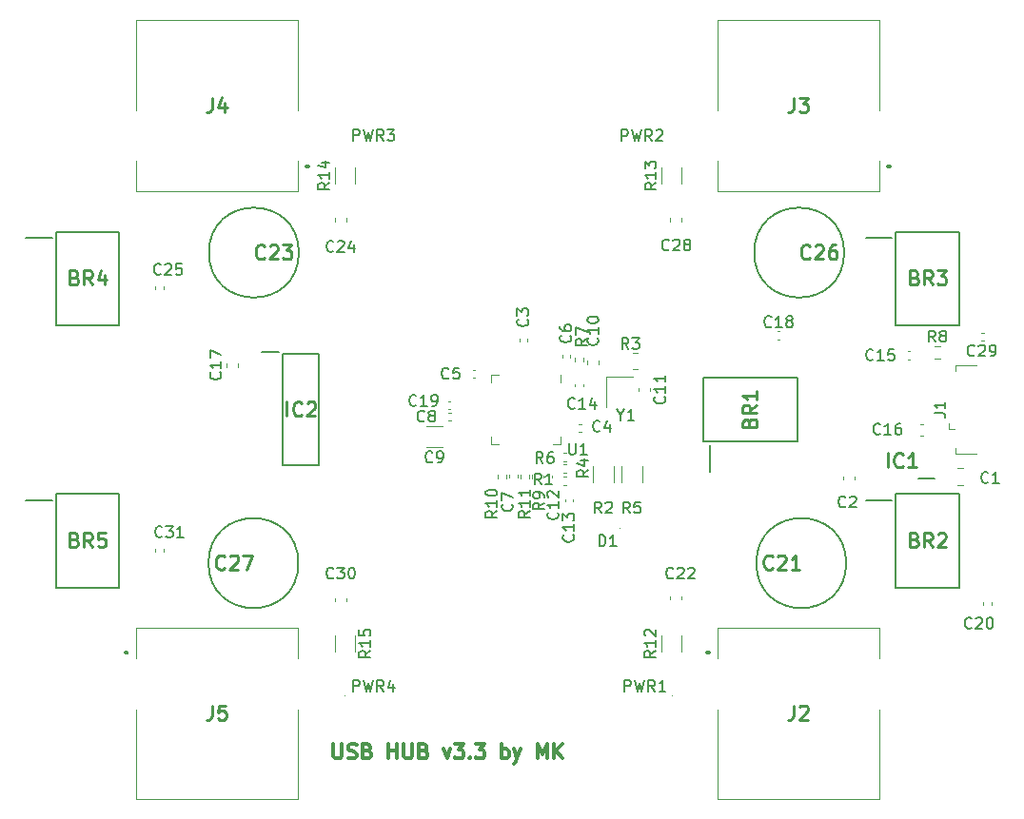
<source format=gbr>
G04 #@! TF.GenerationSoftware,KiCad,Pcbnew,(5.1.10)-1*
G04 #@! TF.CreationDate,2021-06-23T14:01:49+02:00*
G04 #@! TF.ProjectId,sh_control,73685f63-6f6e-4747-926f-6c2e6b696361,3.2*
G04 #@! TF.SameCoordinates,Original*
G04 #@! TF.FileFunction,Legend,Top*
G04 #@! TF.FilePolarity,Positive*
%FSLAX46Y46*%
G04 Gerber Fmt 4.6, Leading zero omitted, Abs format (unit mm)*
G04 Created by KiCad (PCBNEW (5.1.10)-1) date 2021-06-23 14:01:49*
%MOMM*%
%LPD*%
G01*
G04 APERTURE LIST*
%ADD10C,0.300000*%
%ADD11C,0.120000*%
%ADD12C,0.100000*%
%ADD13C,0.200000*%
%ADD14C,0.150000*%
%ADD15C,0.254000*%
G04 APERTURE END LIST*
D10*
X54352523Y-130098095D02*
X54352523Y-131150476D01*
X54414428Y-131274285D01*
X54476333Y-131336190D01*
X54600142Y-131398095D01*
X54847761Y-131398095D01*
X54971571Y-131336190D01*
X55033476Y-131274285D01*
X55095380Y-131150476D01*
X55095380Y-130098095D01*
X55652523Y-131336190D02*
X55838238Y-131398095D01*
X56147761Y-131398095D01*
X56271571Y-131336190D01*
X56333476Y-131274285D01*
X56395380Y-131150476D01*
X56395380Y-131026666D01*
X56333476Y-130902857D01*
X56271571Y-130840952D01*
X56147761Y-130779047D01*
X55900142Y-130717142D01*
X55776333Y-130655238D01*
X55714428Y-130593333D01*
X55652523Y-130469523D01*
X55652523Y-130345714D01*
X55714428Y-130221904D01*
X55776333Y-130160000D01*
X55900142Y-130098095D01*
X56209666Y-130098095D01*
X56395380Y-130160000D01*
X57385857Y-130717142D02*
X57571571Y-130779047D01*
X57633476Y-130840952D01*
X57695380Y-130964761D01*
X57695380Y-131150476D01*
X57633476Y-131274285D01*
X57571571Y-131336190D01*
X57447761Y-131398095D01*
X56952523Y-131398095D01*
X56952523Y-130098095D01*
X57385857Y-130098095D01*
X57509666Y-130160000D01*
X57571571Y-130221904D01*
X57633476Y-130345714D01*
X57633476Y-130469523D01*
X57571571Y-130593333D01*
X57509666Y-130655238D01*
X57385857Y-130717142D01*
X56952523Y-130717142D01*
X59243000Y-131398095D02*
X59243000Y-130098095D01*
X59243000Y-130717142D02*
X59985857Y-130717142D01*
X59985857Y-131398095D02*
X59985857Y-130098095D01*
X60604904Y-130098095D02*
X60604904Y-131150476D01*
X60666809Y-131274285D01*
X60728714Y-131336190D01*
X60852523Y-131398095D01*
X61100142Y-131398095D01*
X61223952Y-131336190D01*
X61285857Y-131274285D01*
X61347761Y-131150476D01*
X61347761Y-130098095D01*
X62400142Y-130717142D02*
X62585857Y-130779047D01*
X62647761Y-130840952D01*
X62709666Y-130964761D01*
X62709666Y-131150476D01*
X62647761Y-131274285D01*
X62585857Y-131336190D01*
X62462047Y-131398095D01*
X61966809Y-131398095D01*
X61966809Y-130098095D01*
X62400142Y-130098095D01*
X62523952Y-130160000D01*
X62585857Y-130221904D01*
X62647761Y-130345714D01*
X62647761Y-130469523D01*
X62585857Y-130593333D01*
X62523952Y-130655238D01*
X62400142Y-130717142D01*
X61966809Y-130717142D01*
X64133476Y-130531428D02*
X64443000Y-131398095D01*
X64752523Y-130531428D01*
X65123952Y-130098095D02*
X65928714Y-130098095D01*
X65495380Y-130593333D01*
X65681095Y-130593333D01*
X65804904Y-130655238D01*
X65866809Y-130717142D01*
X65928714Y-130840952D01*
X65928714Y-131150476D01*
X65866809Y-131274285D01*
X65804904Y-131336190D01*
X65681095Y-131398095D01*
X65309666Y-131398095D01*
X65185857Y-131336190D01*
X65123952Y-131274285D01*
X66485857Y-131274285D02*
X66547761Y-131336190D01*
X66485857Y-131398095D01*
X66423952Y-131336190D01*
X66485857Y-131274285D01*
X66485857Y-131398095D01*
X66981095Y-130098095D02*
X67785857Y-130098095D01*
X67352523Y-130593333D01*
X67538238Y-130593333D01*
X67662047Y-130655238D01*
X67723952Y-130717142D01*
X67785857Y-130840952D01*
X67785857Y-131150476D01*
X67723952Y-131274285D01*
X67662047Y-131336190D01*
X67538238Y-131398095D01*
X67166809Y-131398095D01*
X67043000Y-131336190D01*
X66981095Y-131274285D01*
X69333476Y-131398095D02*
X69333476Y-130098095D01*
X69333476Y-130593333D02*
X69457285Y-130531428D01*
X69704904Y-130531428D01*
X69828714Y-130593333D01*
X69890619Y-130655238D01*
X69952523Y-130779047D01*
X69952523Y-131150476D01*
X69890619Y-131274285D01*
X69828714Y-131336190D01*
X69704904Y-131398095D01*
X69457285Y-131398095D01*
X69333476Y-131336190D01*
X70385857Y-130531428D02*
X70695380Y-131398095D01*
X71004904Y-130531428D02*
X70695380Y-131398095D01*
X70571571Y-131707619D01*
X70509666Y-131769523D01*
X70385857Y-131831428D01*
X72490619Y-131398095D02*
X72490619Y-130098095D01*
X72923952Y-131026666D01*
X73357285Y-130098095D01*
X73357285Y-131398095D01*
X73976333Y-131398095D02*
X73976333Y-130098095D01*
X74719190Y-131398095D02*
X74162047Y-130655238D01*
X74719190Y-130098095D02*
X73976333Y-130840952D01*
D11*
X56282000Y-120430936D02*
X56282000Y-121885064D01*
X54462000Y-120430936D02*
X54462000Y-121885064D01*
X54462000Y-80229064D02*
X54462000Y-78774936D01*
X56282000Y-80229064D02*
X56282000Y-78774936D01*
X83512000Y-80229064D02*
X83512000Y-78774936D01*
X85332000Y-80229064D02*
X85332000Y-78774936D01*
X85332000Y-120430936D02*
X85332000Y-121885064D01*
X83512000Y-120430936D02*
X83512000Y-121885064D01*
D12*
X55422000Y-125804000D02*
G75*
G03*
X55422000Y-125804000I-50000J0D01*
G01*
X55422000Y-74879000D02*
G75*
G03*
X55422000Y-74879000I-50000J0D01*
G01*
X84378000Y-74879000D02*
G75*
G03*
X84378000Y-74879000I-50000J0D01*
G01*
X84472000Y-125804000D02*
G75*
G03*
X84472000Y-125804000I-50000J0D01*
G01*
X36780000Y-122500000D02*
X36780000Y-119730000D01*
X36780000Y-119730000D02*
X51180000Y-119730000D01*
X51180000Y-119730000D02*
X51180000Y-122500000D01*
X36780000Y-127000000D02*
X36780000Y-134990000D01*
X36780000Y-134990000D02*
X51180000Y-134990000D01*
X51180000Y-134990000D02*
X51180000Y-127000000D01*
D10*
X35980000Y-122000000D02*
X35980000Y-122000000D01*
X35880000Y-122000000D02*
X35880000Y-122000000D01*
X35980000Y-122000000D02*
G75*
G02*
X35880000Y-122000000I-50000J0D01*
G01*
X35880000Y-122000000D02*
G75*
G02*
X35980000Y-122000000I50000J0D01*
G01*
D12*
X51180000Y-78160000D02*
X51180000Y-80930000D01*
X51180000Y-80930000D02*
X36780000Y-80930000D01*
X36780000Y-80930000D02*
X36780000Y-78160000D01*
X51180000Y-73660000D02*
X51180000Y-65670000D01*
X51180000Y-65670000D02*
X36780000Y-65670000D01*
X36780000Y-65670000D02*
X36780000Y-73660000D01*
D10*
X51980000Y-78660000D02*
X51980000Y-78660000D01*
X52080000Y-78660000D02*
X52080000Y-78660000D01*
X51980000Y-78660000D02*
G75*
G02*
X52080000Y-78660000I50000J0D01*
G01*
X52080000Y-78660000D02*
G75*
G02*
X51980000Y-78660000I-50000J0D01*
G01*
D12*
X102920000Y-78160000D02*
X102920000Y-80930000D01*
X102920000Y-80930000D02*
X88520000Y-80930000D01*
X88520000Y-80930000D02*
X88520000Y-78160000D01*
X102920000Y-73660000D02*
X102920000Y-65670000D01*
X102920000Y-65670000D02*
X88520000Y-65670000D01*
X88520000Y-65670000D02*
X88520000Y-73660000D01*
D10*
X103720000Y-78660000D02*
X103720000Y-78660000D01*
X103820000Y-78660000D02*
X103820000Y-78660000D01*
X103720000Y-78660000D02*
G75*
G02*
X103820000Y-78660000I50000J0D01*
G01*
X103820000Y-78660000D02*
G75*
G02*
X103720000Y-78660000I-50000J0D01*
G01*
D12*
X88520000Y-122500000D02*
X88520000Y-119730000D01*
X88520000Y-119730000D02*
X102920000Y-119730000D01*
X102920000Y-119730000D02*
X102920000Y-122500000D01*
X88520000Y-127000000D02*
X88520000Y-134990000D01*
X88520000Y-134990000D02*
X102920000Y-134990000D01*
X102920000Y-134990000D02*
X102920000Y-127000000D01*
D10*
X87720000Y-122000000D02*
X87720000Y-122000000D01*
X87620000Y-122000000D02*
X87620000Y-122000000D01*
X87720000Y-122000000D02*
G75*
G02*
X87620000Y-122000000I-50000J0D01*
G01*
X87620000Y-122000000D02*
G75*
G02*
X87720000Y-122000000I50000J0D01*
G01*
D11*
X39222000Y-112767164D02*
X39222000Y-112982836D01*
X38502000Y-112767164D02*
X38502000Y-112982836D01*
X54481000Y-117374580D02*
X54481000Y-117093420D01*
X55501000Y-117374580D02*
X55501000Y-117093420D01*
X112005164Y-93493000D02*
X112220836Y-93493000D01*
X112005164Y-94213000D02*
X112220836Y-94213000D01*
X85346000Y-83298420D02*
X85346000Y-83579580D01*
X84326000Y-83298420D02*
X84326000Y-83579580D01*
D13*
X51230000Y-114000000D02*
G75*
G03*
X51230000Y-114000000I-4000000J0D01*
G01*
X99786000Y-86360000D02*
G75*
G03*
X99786000Y-86360000I-4000000J0D01*
G01*
D11*
X39222000Y-89399164D02*
X39222000Y-89614836D01*
X38502000Y-89399164D02*
X38502000Y-89614836D01*
X55501000Y-83298420D02*
X55501000Y-83579580D01*
X54481000Y-83298420D02*
X54481000Y-83579580D01*
D13*
X51272000Y-86360000D02*
G75*
G03*
X51272000Y-86360000I-4000000J0D01*
G01*
X99970000Y-114000000D02*
G75*
G03*
X99970000Y-114000000I-4000000J0D01*
G01*
D11*
X84326000Y-117234580D02*
X84326000Y-116953420D01*
X85346000Y-117234580D02*
X85346000Y-116953420D01*
X112162000Y-117709836D02*
X112162000Y-117494164D01*
X112882000Y-117709836D02*
X112882000Y-117494164D01*
D13*
X47975000Y-95210000D02*
X49500000Y-95210000D01*
X49850000Y-105280000D02*
X49850000Y-95380000D01*
X53050000Y-105280000D02*
X49850000Y-105280000D01*
X53050000Y-95380000D02*
X53050000Y-105280000D01*
X49850000Y-95380000D02*
X53050000Y-95380000D01*
X29655000Y-107840000D02*
X35305000Y-107840000D01*
X35305000Y-107840000D02*
X35305000Y-116160000D01*
X35305000Y-116160000D02*
X29655000Y-116160000D01*
X29655000Y-116160000D02*
X29655000Y-107840000D01*
X26955000Y-108425000D02*
X29305000Y-108425000D01*
X29655000Y-84500000D02*
X35305000Y-84500000D01*
X35305000Y-84500000D02*
X35305000Y-92820000D01*
X35305000Y-92820000D02*
X29655000Y-92820000D01*
X29655000Y-92820000D02*
X29655000Y-84500000D01*
X26955000Y-85085000D02*
X29305000Y-85085000D01*
X104395000Y-84500000D02*
X110045000Y-84500000D01*
X110045000Y-84500000D02*
X110045000Y-92820000D01*
X110045000Y-92820000D02*
X104395000Y-92820000D01*
X104395000Y-92820000D02*
X104395000Y-84500000D01*
X101695000Y-85085000D02*
X104045000Y-85085000D01*
X104395000Y-107840000D02*
X110045000Y-107840000D01*
X110045000Y-107840000D02*
X110045000Y-116160000D01*
X110045000Y-116160000D02*
X104395000Y-116160000D01*
X104395000Y-116160000D02*
X104395000Y-107840000D01*
X101695000Y-108425000D02*
X104045000Y-108425000D01*
D11*
X107839742Y-94727500D02*
X108314258Y-94727500D01*
X107839742Y-95772500D02*
X108314258Y-95772500D01*
D13*
X87290000Y-103155000D02*
X87290000Y-97505000D01*
X87290000Y-97505000D02*
X95610000Y-97505000D01*
X95610000Y-97505000D02*
X95610000Y-103155000D01*
X95610000Y-103155000D02*
X87290000Y-103155000D01*
X87875000Y-105855000D02*
X87875000Y-103505000D01*
D11*
X71754000Y-106147359D02*
X71754000Y-106454641D01*
X70994000Y-106147359D02*
X70994000Y-106454641D01*
X69722000Y-106147359D02*
X69722000Y-106454641D01*
X68962000Y-106147359D02*
X68962000Y-106454641D01*
X72770000Y-106143359D02*
X72770000Y-106450641D01*
X72010000Y-106143359D02*
X72010000Y-106450641D01*
X64750836Y-100309000D02*
X64535164Y-100309000D01*
X64750836Y-99589000D02*
X64535164Y-99589000D01*
X93844164Y-93366000D02*
X94059836Y-93366000D01*
X93844164Y-94086000D02*
X94059836Y-94086000D01*
X44829000Y-96520580D02*
X44829000Y-96239420D01*
X45849000Y-96520580D02*
X45849000Y-96239420D01*
X106820580Y-102618000D02*
X106539420Y-102618000D01*
X106820580Y-101598000D02*
X106539420Y-101598000D01*
X105429164Y-95144000D02*
X105644836Y-95144000D01*
X105429164Y-95864000D02*
X105644836Y-95864000D01*
X78648000Y-97414000D02*
X78648000Y-100114000D01*
X80948000Y-97414000D02*
X78648000Y-97414000D01*
X76580000Y-96038641D02*
X76580000Y-95731359D01*
X75820000Y-96038641D02*
X75820000Y-95731359D01*
X74774359Y-104901000D02*
X75081641Y-104901000D01*
X74774359Y-104141000D02*
X75081641Y-104141000D01*
X81809000Y-106833564D02*
X81809000Y-105379436D01*
X79989000Y-106833564D02*
X79989000Y-105379436D01*
X74774359Y-105917000D02*
X75081641Y-105917000D01*
X74774359Y-105157000D02*
X75081641Y-105157000D01*
X81403564Y-95277000D02*
X80949436Y-95277000D01*
X81403564Y-96747000D02*
X80949436Y-96747000D01*
X77449000Y-105379436D02*
X77449000Y-106833564D01*
X79269000Y-105379436D02*
X79269000Y-106833564D01*
X74774359Y-107060000D02*
X75081641Y-107060000D01*
X74774359Y-106300000D02*
X75081641Y-106300000D01*
D12*
X79880000Y-110871000D02*
G75*
G03*
X79880000Y-110871000I-50000J0D01*
G01*
D11*
X76560000Y-98278836D02*
X76560000Y-98063164D01*
X75840000Y-98278836D02*
X75840000Y-98063164D01*
X74951000Y-108322164D02*
X74951000Y-108537836D01*
X75671000Y-108322164D02*
X75671000Y-108537836D01*
X73046000Y-106191164D02*
X73046000Y-106406836D01*
X73766000Y-106191164D02*
X73766000Y-106406836D01*
X82552000Y-98705580D02*
X82552000Y-98424420D01*
X81532000Y-98705580D02*
X81532000Y-98424420D01*
X77980000Y-96266580D02*
X77980000Y-95985420D01*
X76960000Y-96266580D02*
X76960000Y-95985420D01*
X64035252Y-101833000D02*
X62612748Y-101833000D01*
X64035252Y-103653000D02*
X62612748Y-103653000D01*
X64778836Y-100605000D02*
X64563164Y-100605000D01*
X64778836Y-101325000D02*
X64563164Y-101325000D01*
X70718000Y-106378836D02*
X70718000Y-106163164D01*
X69998000Y-106378836D02*
X69998000Y-106163164D01*
X75417000Y-95710836D02*
X75417000Y-95495164D01*
X74697000Y-95710836D02*
X74697000Y-95495164D01*
X66937836Y-96795000D02*
X66722164Y-96795000D01*
X66937836Y-97515000D02*
X66722164Y-97515000D01*
X76191164Y-102341000D02*
X76406836Y-102341000D01*
X76191164Y-101621000D02*
X76406836Y-101621000D01*
X71607000Y-94242836D02*
X71607000Y-94027164D01*
X70887000Y-94242836D02*
X70887000Y-94027164D01*
X99693000Y-106285420D02*
X99693000Y-106566580D01*
X100713000Y-106285420D02*
X100713000Y-106566580D01*
X109847748Y-107034000D02*
X110370252Y-107034000D01*
X109847748Y-105564000D02*
X110370252Y-105564000D01*
D13*
X107802000Y-106452000D02*
X106402000Y-106452000D01*
D11*
X109137500Y-102030000D02*
X109587500Y-102030000D01*
X109137500Y-102030000D02*
X109137500Y-101580000D01*
X109687500Y-96430000D02*
X109687500Y-96880000D01*
X111537500Y-96430000D02*
X109687500Y-96430000D01*
X111537500Y-104230000D02*
X109687500Y-104230000D01*
X109687500Y-104230000D02*
X109687500Y-103780000D01*
X74560000Y-102715000D02*
X74560000Y-103440000D01*
X74560000Y-103440000D02*
X73835000Y-103440000D01*
X68340000Y-97945000D02*
X68340000Y-97220000D01*
X68340000Y-97220000D02*
X69065000Y-97220000D01*
X68340000Y-102715000D02*
X68340000Y-103440000D01*
X68340000Y-103440000D02*
X69065000Y-103440000D01*
X74560000Y-97945000D02*
X74560000Y-97220000D01*
D14*
X57644380Y-121800857D02*
X57168190Y-122134190D01*
X57644380Y-122372285D02*
X56644380Y-122372285D01*
X56644380Y-121991333D01*
X56692000Y-121896095D01*
X56739619Y-121848476D01*
X56834857Y-121800857D01*
X56977714Y-121800857D01*
X57072952Y-121848476D01*
X57120571Y-121896095D01*
X57168190Y-121991333D01*
X57168190Y-122372285D01*
X57644380Y-120848476D02*
X57644380Y-121419904D01*
X57644380Y-121134190D02*
X56644380Y-121134190D01*
X56787238Y-121229428D01*
X56882476Y-121324666D01*
X56930095Y-121419904D01*
X56644380Y-119943714D02*
X56644380Y-120419904D01*
X57120571Y-120467523D01*
X57072952Y-120419904D01*
X57025333Y-120324666D01*
X57025333Y-120086571D01*
X57072952Y-119991333D01*
X57120571Y-119943714D01*
X57215809Y-119896095D01*
X57453904Y-119896095D01*
X57549142Y-119943714D01*
X57596761Y-119991333D01*
X57644380Y-120086571D01*
X57644380Y-120324666D01*
X57596761Y-120419904D01*
X57549142Y-120467523D01*
X54004380Y-80144857D02*
X53528190Y-80478190D01*
X54004380Y-80716285D02*
X53004380Y-80716285D01*
X53004380Y-80335333D01*
X53052000Y-80240095D01*
X53099619Y-80192476D01*
X53194857Y-80144857D01*
X53337714Y-80144857D01*
X53432952Y-80192476D01*
X53480571Y-80240095D01*
X53528190Y-80335333D01*
X53528190Y-80716285D01*
X54004380Y-79192476D02*
X54004380Y-79763904D01*
X54004380Y-79478190D02*
X53004380Y-79478190D01*
X53147238Y-79573428D01*
X53242476Y-79668666D01*
X53290095Y-79763904D01*
X53337714Y-78335333D02*
X54004380Y-78335333D01*
X52956761Y-78573428D02*
X53671047Y-78811523D01*
X53671047Y-78192476D01*
X83054380Y-80144857D02*
X82578190Y-80478190D01*
X83054380Y-80716285D02*
X82054380Y-80716285D01*
X82054380Y-80335333D01*
X82102000Y-80240095D01*
X82149619Y-80192476D01*
X82244857Y-80144857D01*
X82387714Y-80144857D01*
X82482952Y-80192476D01*
X82530571Y-80240095D01*
X82578190Y-80335333D01*
X82578190Y-80716285D01*
X83054380Y-79192476D02*
X83054380Y-79763904D01*
X83054380Y-79478190D02*
X82054380Y-79478190D01*
X82197238Y-79573428D01*
X82292476Y-79668666D01*
X82340095Y-79763904D01*
X82054380Y-78859142D02*
X82054380Y-78240095D01*
X82435333Y-78573428D01*
X82435333Y-78430571D01*
X82482952Y-78335333D01*
X82530571Y-78287714D01*
X82625809Y-78240095D01*
X82863904Y-78240095D01*
X82959142Y-78287714D01*
X83006761Y-78335333D01*
X83054380Y-78430571D01*
X83054380Y-78716285D01*
X83006761Y-78811523D01*
X82959142Y-78859142D01*
X83002380Y-121800857D02*
X82526190Y-122134190D01*
X83002380Y-122372285D02*
X82002380Y-122372285D01*
X82002380Y-121991333D01*
X82050000Y-121896095D01*
X82097619Y-121848476D01*
X82192857Y-121800857D01*
X82335714Y-121800857D01*
X82430952Y-121848476D01*
X82478571Y-121896095D01*
X82526190Y-121991333D01*
X82526190Y-122372285D01*
X83002380Y-120848476D02*
X83002380Y-121419904D01*
X83002380Y-121134190D02*
X82002380Y-121134190D01*
X82145238Y-121229428D01*
X82240476Y-121324666D01*
X82288095Y-121419904D01*
X82097619Y-120467523D02*
X82050000Y-120419904D01*
X82002380Y-120324666D01*
X82002380Y-120086571D01*
X82050000Y-119991333D01*
X82097619Y-119943714D01*
X82192857Y-119896095D01*
X82288095Y-119896095D01*
X82430952Y-119943714D01*
X83002380Y-120515142D01*
X83002380Y-119896095D01*
X56102476Y-125420380D02*
X56102476Y-124420380D01*
X56483428Y-124420380D01*
X56578666Y-124468000D01*
X56626285Y-124515619D01*
X56673904Y-124610857D01*
X56673904Y-124753714D01*
X56626285Y-124848952D01*
X56578666Y-124896571D01*
X56483428Y-124944190D01*
X56102476Y-124944190D01*
X57007238Y-124420380D02*
X57245333Y-125420380D01*
X57435809Y-124706095D01*
X57626285Y-125420380D01*
X57864380Y-124420380D01*
X58816761Y-125420380D02*
X58483428Y-124944190D01*
X58245333Y-125420380D02*
X58245333Y-124420380D01*
X58626285Y-124420380D01*
X58721523Y-124468000D01*
X58769142Y-124515619D01*
X58816761Y-124610857D01*
X58816761Y-124753714D01*
X58769142Y-124848952D01*
X58721523Y-124896571D01*
X58626285Y-124944190D01*
X58245333Y-124944190D01*
X59673904Y-124753714D02*
X59673904Y-125420380D01*
X59435809Y-124372761D02*
X59197714Y-125087047D01*
X59816761Y-125087047D01*
X56102476Y-76398380D02*
X56102476Y-75398380D01*
X56483428Y-75398380D01*
X56578666Y-75446000D01*
X56626285Y-75493619D01*
X56673904Y-75588857D01*
X56673904Y-75731714D01*
X56626285Y-75826952D01*
X56578666Y-75874571D01*
X56483428Y-75922190D01*
X56102476Y-75922190D01*
X57007238Y-75398380D02*
X57245333Y-76398380D01*
X57435809Y-75684095D01*
X57626285Y-76398380D01*
X57864380Y-75398380D01*
X58816761Y-76398380D02*
X58483428Y-75922190D01*
X58245333Y-76398380D02*
X58245333Y-75398380D01*
X58626285Y-75398380D01*
X58721523Y-75446000D01*
X58769142Y-75493619D01*
X58816761Y-75588857D01*
X58816761Y-75731714D01*
X58769142Y-75826952D01*
X58721523Y-75874571D01*
X58626285Y-75922190D01*
X58245333Y-75922190D01*
X59150095Y-75398380D02*
X59769142Y-75398380D01*
X59435809Y-75779333D01*
X59578666Y-75779333D01*
X59673904Y-75826952D01*
X59721523Y-75874571D01*
X59769142Y-75969809D01*
X59769142Y-76207904D01*
X59721523Y-76303142D01*
X59673904Y-76350761D01*
X59578666Y-76398380D01*
X59292952Y-76398380D01*
X59197714Y-76350761D01*
X59150095Y-76303142D01*
X79978476Y-76421380D02*
X79978476Y-75421380D01*
X80359428Y-75421380D01*
X80454666Y-75469000D01*
X80502285Y-75516619D01*
X80549904Y-75611857D01*
X80549904Y-75754714D01*
X80502285Y-75849952D01*
X80454666Y-75897571D01*
X80359428Y-75945190D01*
X79978476Y-75945190D01*
X80883238Y-75421380D02*
X81121333Y-76421380D01*
X81311809Y-75707095D01*
X81502285Y-76421380D01*
X81740380Y-75421380D01*
X82692761Y-76421380D02*
X82359428Y-75945190D01*
X82121333Y-76421380D02*
X82121333Y-75421380D01*
X82502285Y-75421380D01*
X82597523Y-75469000D01*
X82645142Y-75516619D01*
X82692761Y-75611857D01*
X82692761Y-75754714D01*
X82645142Y-75849952D01*
X82597523Y-75897571D01*
X82502285Y-75945190D01*
X82121333Y-75945190D01*
X83073714Y-75516619D02*
X83121333Y-75469000D01*
X83216571Y-75421380D01*
X83454666Y-75421380D01*
X83549904Y-75469000D01*
X83597523Y-75516619D01*
X83645142Y-75611857D01*
X83645142Y-75707095D01*
X83597523Y-75849952D01*
X83026095Y-76421380D01*
X83645142Y-76421380D01*
X80232476Y-125420380D02*
X80232476Y-124420380D01*
X80613428Y-124420380D01*
X80708666Y-124468000D01*
X80756285Y-124515619D01*
X80803904Y-124610857D01*
X80803904Y-124753714D01*
X80756285Y-124848952D01*
X80708666Y-124896571D01*
X80613428Y-124944190D01*
X80232476Y-124944190D01*
X81137238Y-124420380D02*
X81375333Y-125420380D01*
X81565809Y-124706095D01*
X81756285Y-125420380D01*
X81994380Y-124420380D01*
X82946761Y-125420380D02*
X82613428Y-124944190D01*
X82375333Y-125420380D02*
X82375333Y-124420380D01*
X82756285Y-124420380D01*
X82851523Y-124468000D01*
X82899142Y-124515619D01*
X82946761Y-124610857D01*
X82946761Y-124753714D01*
X82899142Y-124848952D01*
X82851523Y-124896571D01*
X82756285Y-124944190D01*
X82375333Y-124944190D01*
X83899142Y-125420380D02*
X83327714Y-125420380D01*
X83613428Y-125420380D02*
X83613428Y-124420380D01*
X83518190Y-124563238D01*
X83422952Y-124658476D01*
X83327714Y-124706095D01*
D15*
X43556666Y-126664523D02*
X43556666Y-127571666D01*
X43496190Y-127753095D01*
X43375238Y-127874047D01*
X43193809Y-127934523D01*
X43072857Y-127934523D01*
X44766190Y-126664523D02*
X44161428Y-126664523D01*
X44100952Y-127269285D01*
X44161428Y-127208809D01*
X44282380Y-127148333D01*
X44584761Y-127148333D01*
X44705714Y-127208809D01*
X44766190Y-127269285D01*
X44826666Y-127390238D01*
X44826666Y-127692619D01*
X44766190Y-127813571D01*
X44705714Y-127874047D01*
X44584761Y-127934523D01*
X44282380Y-127934523D01*
X44161428Y-127874047D01*
X44100952Y-127813571D01*
X43556666Y-72604523D02*
X43556666Y-73511666D01*
X43496190Y-73693095D01*
X43375238Y-73814047D01*
X43193809Y-73874523D01*
X43072857Y-73874523D01*
X44705714Y-73027857D02*
X44705714Y-73874523D01*
X44403333Y-72544047D02*
X44100952Y-73451190D01*
X44887142Y-73451190D01*
X95296666Y-72604523D02*
X95296666Y-73511666D01*
X95236190Y-73693095D01*
X95115238Y-73814047D01*
X94933809Y-73874523D01*
X94812857Y-73874523D01*
X95780476Y-72604523D02*
X96566666Y-72604523D01*
X96143333Y-73088333D01*
X96324761Y-73088333D01*
X96445714Y-73148809D01*
X96506190Y-73209285D01*
X96566666Y-73330238D01*
X96566666Y-73632619D01*
X96506190Y-73753571D01*
X96445714Y-73814047D01*
X96324761Y-73874523D01*
X95961904Y-73874523D01*
X95840952Y-73814047D01*
X95780476Y-73753571D01*
X95296666Y-126664523D02*
X95296666Y-127571666D01*
X95236190Y-127753095D01*
X95115238Y-127874047D01*
X94933809Y-127934523D01*
X94812857Y-127934523D01*
X95840952Y-126785476D02*
X95901428Y-126725000D01*
X96022380Y-126664523D01*
X96324761Y-126664523D01*
X96445714Y-126725000D01*
X96506190Y-126785476D01*
X96566666Y-126906428D01*
X96566666Y-127027380D01*
X96506190Y-127208809D01*
X95780476Y-127934523D01*
X96566666Y-127934523D01*
D14*
X39108142Y-111609142D02*
X39060523Y-111656761D01*
X38917666Y-111704380D01*
X38822428Y-111704380D01*
X38679571Y-111656761D01*
X38584333Y-111561523D01*
X38536714Y-111466285D01*
X38489095Y-111275809D01*
X38489095Y-111132952D01*
X38536714Y-110942476D01*
X38584333Y-110847238D01*
X38679571Y-110752000D01*
X38822428Y-110704380D01*
X38917666Y-110704380D01*
X39060523Y-110752000D01*
X39108142Y-110799619D01*
X39441476Y-110704380D02*
X40060523Y-110704380D01*
X39727190Y-111085333D01*
X39870047Y-111085333D01*
X39965285Y-111132952D01*
X40012904Y-111180571D01*
X40060523Y-111275809D01*
X40060523Y-111513904D01*
X40012904Y-111609142D01*
X39965285Y-111656761D01*
X39870047Y-111704380D01*
X39584333Y-111704380D01*
X39489095Y-111656761D01*
X39441476Y-111609142D01*
X41012904Y-111704380D02*
X40441476Y-111704380D01*
X40727190Y-111704380D02*
X40727190Y-110704380D01*
X40631952Y-110847238D01*
X40536714Y-110942476D01*
X40441476Y-110990095D01*
X54348142Y-115292142D02*
X54300523Y-115339761D01*
X54157666Y-115387380D01*
X54062428Y-115387380D01*
X53919571Y-115339761D01*
X53824333Y-115244523D01*
X53776714Y-115149285D01*
X53729095Y-114958809D01*
X53729095Y-114815952D01*
X53776714Y-114625476D01*
X53824333Y-114530238D01*
X53919571Y-114435000D01*
X54062428Y-114387380D01*
X54157666Y-114387380D01*
X54300523Y-114435000D01*
X54348142Y-114482619D01*
X54681476Y-114387380D02*
X55300523Y-114387380D01*
X54967190Y-114768333D01*
X55110047Y-114768333D01*
X55205285Y-114815952D01*
X55252904Y-114863571D01*
X55300523Y-114958809D01*
X55300523Y-115196904D01*
X55252904Y-115292142D01*
X55205285Y-115339761D01*
X55110047Y-115387380D01*
X54824333Y-115387380D01*
X54729095Y-115339761D01*
X54681476Y-115292142D01*
X55919571Y-114387380D02*
X56014809Y-114387380D01*
X56110047Y-114435000D01*
X56157666Y-114482619D01*
X56205285Y-114577857D01*
X56252904Y-114768333D01*
X56252904Y-115006428D01*
X56205285Y-115196904D01*
X56157666Y-115292142D01*
X56110047Y-115339761D01*
X56014809Y-115387380D01*
X55919571Y-115387380D01*
X55824333Y-115339761D01*
X55776714Y-115292142D01*
X55729095Y-115196904D01*
X55681476Y-115006428D01*
X55681476Y-114768333D01*
X55729095Y-114577857D01*
X55776714Y-114482619D01*
X55824333Y-114435000D01*
X55919571Y-114387380D01*
X111371142Y-95480142D02*
X111323523Y-95527761D01*
X111180666Y-95575380D01*
X111085428Y-95575380D01*
X110942571Y-95527761D01*
X110847333Y-95432523D01*
X110799714Y-95337285D01*
X110752095Y-95146809D01*
X110752095Y-95003952D01*
X110799714Y-94813476D01*
X110847333Y-94718238D01*
X110942571Y-94623000D01*
X111085428Y-94575380D01*
X111180666Y-94575380D01*
X111323523Y-94623000D01*
X111371142Y-94670619D01*
X111752095Y-94670619D02*
X111799714Y-94623000D01*
X111894952Y-94575380D01*
X112133047Y-94575380D01*
X112228285Y-94623000D01*
X112275904Y-94670619D01*
X112323523Y-94765857D01*
X112323523Y-94861095D01*
X112275904Y-95003952D01*
X111704476Y-95575380D01*
X112323523Y-95575380D01*
X112799714Y-95575380D02*
X112990190Y-95575380D01*
X113085428Y-95527761D01*
X113133047Y-95480142D01*
X113228285Y-95337285D01*
X113275904Y-95146809D01*
X113275904Y-94765857D01*
X113228285Y-94670619D01*
X113180666Y-94623000D01*
X113085428Y-94575380D01*
X112894952Y-94575380D01*
X112799714Y-94623000D01*
X112752095Y-94670619D01*
X112704476Y-94765857D01*
X112704476Y-95003952D01*
X112752095Y-95099190D01*
X112799714Y-95146809D01*
X112894952Y-95194428D01*
X113085428Y-95194428D01*
X113180666Y-95146809D01*
X113228285Y-95099190D01*
X113275904Y-95003952D01*
X84193142Y-86082142D02*
X84145523Y-86129761D01*
X84002666Y-86177380D01*
X83907428Y-86177380D01*
X83764571Y-86129761D01*
X83669333Y-86034523D01*
X83621714Y-85939285D01*
X83574095Y-85748809D01*
X83574095Y-85605952D01*
X83621714Y-85415476D01*
X83669333Y-85320238D01*
X83764571Y-85225000D01*
X83907428Y-85177380D01*
X84002666Y-85177380D01*
X84145523Y-85225000D01*
X84193142Y-85272619D01*
X84574095Y-85272619D02*
X84621714Y-85225000D01*
X84716952Y-85177380D01*
X84955047Y-85177380D01*
X85050285Y-85225000D01*
X85097904Y-85272619D01*
X85145523Y-85367857D01*
X85145523Y-85463095D01*
X85097904Y-85605952D01*
X84526476Y-86177380D01*
X85145523Y-86177380D01*
X85716952Y-85605952D02*
X85621714Y-85558333D01*
X85574095Y-85510714D01*
X85526476Y-85415476D01*
X85526476Y-85367857D01*
X85574095Y-85272619D01*
X85621714Y-85225000D01*
X85716952Y-85177380D01*
X85907428Y-85177380D01*
X86002666Y-85225000D01*
X86050285Y-85272619D01*
X86097904Y-85367857D01*
X86097904Y-85415476D01*
X86050285Y-85510714D01*
X86002666Y-85558333D01*
X85907428Y-85605952D01*
X85716952Y-85605952D01*
X85621714Y-85653571D01*
X85574095Y-85701190D01*
X85526476Y-85796428D01*
X85526476Y-85986904D01*
X85574095Y-86082142D01*
X85621714Y-86129761D01*
X85716952Y-86177380D01*
X85907428Y-86177380D01*
X86002666Y-86129761D01*
X86050285Y-86082142D01*
X86097904Y-85986904D01*
X86097904Y-85796428D01*
X86050285Y-85701190D01*
X86002666Y-85653571D01*
X85907428Y-85605952D01*
D15*
X44663571Y-114453571D02*
X44603095Y-114514047D01*
X44421666Y-114574523D01*
X44300714Y-114574523D01*
X44119285Y-114514047D01*
X43998333Y-114393095D01*
X43937857Y-114272142D01*
X43877380Y-114030238D01*
X43877380Y-113848809D01*
X43937857Y-113606904D01*
X43998333Y-113485952D01*
X44119285Y-113365000D01*
X44300714Y-113304523D01*
X44421666Y-113304523D01*
X44603095Y-113365000D01*
X44663571Y-113425476D01*
X45147380Y-113425476D02*
X45207857Y-113365000D01*
X45328809Y-113304523D01*
X45631190Y-113304523D01*
X45752142Y-113365000D01*
X45812619Y-113425476D01*
X45873095Y-113546428D01*
X45873095Y-113667380D01*
X45812619Y-113848809D01*
X45086904Y-114574523D01*
X45873095Y-114574523D01*
X46296428Y-113304523D02*
X47143095Y-113304523D01*
X46598809Y-114574523D01*
X96719571Y-86813571D02*
X96659095Y-86874047D01*
X96477666Y-86934523D01*
X96356714Y-86934523D01*
X96175285Y-86874047D01*
X96054333Y-86753095D01*
X95993857Y-86632142D01*
X95933380Y-86390238D01*
X95933380Y-86208809D01*
X95993857Y-85966904D01*
X96054333Y-85845952D01*
X96175285Y-85725000D01*
X96356714Y-85664523D01*
X96477666Y-85664523D01*
X96659095Y-85725000D01*
X96719571Y-85785476D01*
X97203380Y-85785476D02*
X97263857Y-85725000D01*
X97384809Y-85664523D01*
X97687190Y-85664523D01*
X97808142Y-85725000D01*
X97868619Y-85785476D01*
X97929095Y-85906428D01*
X97929095Y-86027380D01*
X97868619Y-86208809D01*
X97142904Y-86934523D01*
X97929095Y-86934523D01*
X99017666Y-85664523D02*
X98775761Y-85664523D01*
X98654809Y-85725000D01*
X98594333Y-85785476D01*
X98473380Y-85966904D01*
X98412904Y-86208809D01*
X98412904Y-86692619D01*
X98473380Y-86813571D01*
X98533857Y-86874047D01*
X98654809Y-86934523D01*
X98896714Y-86934523D01*
X99017666Y-86874047D01*
X99078142Y-86813571D01*
X99138619Y-86692619D01*
X99138619Y-86390238D01*
X99078142Y-86269285D01*
X99017666Y-86208809D01*
X98896714Y-86148333D01*
X98654809Y-86148333D01*
X98533857Y-86208809D01*
X98473380Y-86269285D01*
X98412904Y-86390238D01*
D14*
X38981142Y-88241142D02*
X38933523Y-88288761D01*
X38790666Y-88336380D01*
X38695428Y-88336380D01*
X38552571Y-88288761D01*
X38457333Y-88193523D01*
X38409714Y-88098285D01*
X38362095Y-87907809D01*
X38362095Y-87764952D01*
X38409714Y-87574476D01*
X38457333Y-87479238D01*
X38552571Y-87384000D01*
X38695428Y-87336380D01*
X38790666Y-87336380D01*
X38933523Y-87384000D01*
X38981142Y-87431619D01*
X39362095Y-87431619D02*
X39409714Y-87384000D01*
X39504952Y-87336380D01*
X39743047Y-87336380D01*
X39838285Y-87384000D01*
X39885904Y-87431619D01*
X39933523Y-87526857D01*
X39933523Y-87622095D01*
X39885904Y-87764952D01*
X39314476Y-88336380D01*
X39933523Y-88336380D01*
X40838285Y-87336380D02*
X40362095Y-87336380D01*
X40314476Y-87812571D01*
X40362095Y-87764952D01*
X40457333Y-87717333D01*
X40695428Y-87717333D01*
X40790666Y-87764952D01*
X40838285Y-87812571D01*
X40885904Y-87907809D01*
X40885904Y-88145904D01*
X40838285Y-88241142D01*
X40790666Y-88288761D01*
X40695428Y-88336380D01*
X40457333Y-88336380D01*
X40362095Y-88288761D01*
X40314476Y-88241142D01*
X54348142Y-86209142D02*
X54300523Y-86256761D01*
X54157666Y-86304380D01*
X54062428Y-86304380D01*
X53919571Y-86256761D01*
X53824333Y-86161523D01*
X53776714Y-86066285D01*
X53729095Y-85875809D01*
X53729095Y-85732952D01*
X53776714Y-85542476D01*
X53824333Y-85447238D01*
X53919571Y-85352000D01*
X54062428Y-85304380D01*
X54157666Y-85304380D01*
X54300523Y-85352000D01*
X54348142Y-85399619D01*
X54729095Y-85399619D02*
X54776714Y-85352000D01*
X54871952Y-85304380D01*
X55110047Y-85304380D01*
X55205285Y-85352000D01*
X55252904Y-85399619D01*
X55300523Y-85494857D01*
X55300523Y-85590095D01*
X55252904Y-85732952D01*
X54681476Y-86304380D01*
X55300523Y-86304380D01*
X56157666Y-85637714D02*
X56157666Y-86304380D01*
X55919571Y-85256761D02*
X55681476Y-85971047D01*
X56300523Y-85971047D01*
D15*
X48205571Y-86813571D02*
X48145095Y-86874047D01*
X47963666Y-86934523D01*
X47842714Y-86934523D01*
X47661285Y-86874047D01*
X47540333Y-86753095D01*
X47479857Y-86632142D01*
X47419380Y-86390238D01*
X47419380Y-86208809D01*
X47479857Y-85966904D01*
X47540333Y-85845952D01*
X47661285Y-85725000D01*
X47842714Y-85664523D01*
X47963666Y-85664523D01*
X48145095Y-85725000D01*
X48205571Y-85785476D01*
X48689380Y-85785476D02*
X48749857Y-85725000D01*
X48870809Y-85664523D01*
X49173190Y-85664523D01*
X49294142Y-85725000D01*
X49354619Y-85785476D01*
X49415095Y-85906428D01*
X49415095Y-86027380D01*
X49354619Y-86208809D01*
X48628904Y-86934523D01*
X49415095Y-86934523D01*
X49838428Y-85664523D02*
X50624619Y-85664523D01*
X50201285Y-86148333D01*
X50382714Y-86148333D01*
X50503666Y-86208809D01*
X50564142Y-86269285D01*
X50624619Y-86390238D01*
X50624619Y-86692619D01*
X50564142Y-86813571D01*
X50503666Y-86874047D01*
X50382714Y-86934523D01*
X50019857Y-86934523D01*
X49898904Y-86874047D01*
X49838428Y-86813571D01*
X93403571Y-114453571D02*
X93343095Y-114514047D01*
X93161666Y-114574523D01*
X93040714Y-114574523D01*
X92859285Y-114514047D01*
X92738333Y-114393095D01*
X92677857Y-114272142D01*
X92617380Y-114030238D01*
X92617380Y-113848809D01*
X92677857Y-113606904D01*
X92738333Y-113485952D01*
X92859285Y-113365000D01*
X93040714Y-113304523D01*
X93161666Y-113304523D01*
X93343095Y-113365000D01*
X93403571Y-113425476D01*
X93887380Y-113425476D02*
X93947857Y-113365000D01*
X94068809Y-113304523D01*
X94371190Y-113304523D01*
X94492142Y-113365000D01*
X94552619Y-113425476D01*
X94613095Y-113546428D01*
X94613095Y-113667380D01*
X94552619Y-113848809D01*
X93826904Y-114574523D01*
X94613095Y-114574523D01*
X95822619Y-114574523D02*
X95096904Y-114574523D01*
X95459761Y-114574523D02*
X95459761Y-113304523D01*
X95338809Y-113485952D01*
X95217857Y-113606904D01*
X95096904Y-113667380D01*
D14*
X84574142Y-115292142D02*
X84526523Y-115339761D01*
X84383666Y-115387380D01*
X84288428Y-115387380D01*
X84145571Y-115339761D01*
X84050333Y-115244523D01*
X84002714Y-115149285D01*
X83955095Y-114958809D01*
X83955095Y-114815952D01*
X84002714Y-114625476D01*
X84050333Y-114530238D01*
X84145571Y-114435000D01*
X84288428Y-114387380D01*
X84383666Y-114387380D01*
X84526523Y-114435000D01*
X84574142Y-114482619D01*
X84955095Y-114482619D02*
X85002714Y-114435000D01*
X85097952Y-114387380D01*
X85336047Y-114387380D01*
X85431285Y-114435000D01*
X85478904Y-114482619D01*
X85526523Y-114577857D01*
X85526523Y-114673095D01*
X85478904Y-114815952D01*
X84907476Y-115387380D01*
X85526523Y-115387380D01*
X85907476Y-114482619D02*
X85955095Y-114435000D01*
X86050333Y-114387380D01*
X86288428Y-114387380D01*
X86383666Y-114435000D01*
X86431285Y-114482619D01*
X86478904Y-114577857D01*
X86478904Y-114673095D01*
X86431285Y-114815952D01*
X85859857Y-115387380D01*
X86478904Y-115387380D01*
X111117142Y-119737142D02*
X111069523Y-119784761D01*
X110926666Y-119832380D01*
X110831428Y-119832380D01*
X110688571Y-119784761D01*
X110593333Y-119689523D01*
X110545714Y-119594285D01*
X110498095Y-119403809D01*
X110498095Y-119260952D01*
X110545714Y-119070476D01*
X110593333Y-118975238D01*
X110688571Y-118880000D01*
X110831428Y-118832380D01*
X110926666Y-118832380D01*
X111069523Y-118880000D01*
X111117142Y-118927619D01*
X111498095Y-118927619D02*
X111545714Y-118880000D01*
X111640952Y-118832380D01*
X111879047Y-118832380D01*
X111974285Y-118880000D01*
X112021904Y-118927619D01*
X112069523Y-119022857D01*
X112069523Y-119118095D01*
X112021904Y-119260952D01*
X111450476Y-119832380D01*
X112069523Y-119832380D01*
X112688571Y-118832380D02*
X112783809Y-118832380D01*
X112879047Y-118880000D01*
X112926666Y-118927619D01*
X112974285Y-119022857D01*
X113021904Y-119213333D01*
X113021904Y-119451428D01*
X112974285Y-119641904D01*
X112926666Y-119737142D01*
X112879047Y-119784761D01*
X112783809Y-119832380D01*
X112688571Y-119832380D01*
X112593333Y-119784761D01*
X112545714Y-119737142D01*
X112498095Y-119641904D01*
X112450476Y-119451428D01*
X112450476Y-119213333D01*
X112498095Y-119022857D01*
X112545714Y-118927619D01*
X112593333Y-118880000D01*
X112688571Y-118832380D01*
D15*
X50210238Y-100904523D02*
X50210238Y-99634523D01*
X51540714Y-100783571D02*
X51480238Y-100844047D01*
X51298809Y-100904523D01*
X51177857Y-100904523D01*
X50996428Y-100844047D01*
X50875476Y-100723095D01*
X50815000Y-100602142D01*
X50754523Y-100360238D01*
X50754523Y-100178809D01*
X50815000Y-99936904D01*
X50875476Y-99815952D01*
X50996428Y-99695000D01*
X51177857Y-99634523D01*
X51298809Y-99634523D01*
X51480238Y-99695000D01*
X51540714Y-99755476D01*
X52024523Y-99755476D02*
X52085000Y-99695000D01*
X52205952Y-99634523D01*
X52508333Y-99634523D01*
X52629285Y-99695000D01*
X52689761Y-99755476D01*
X52750238Y-99876428D01*
X52750238Y-99997380D01*
X52689761Y-100178809D01*
X51964047Y-100904523D01*
X52750238Y-100904523D01*
X31330952Y-111909285D02*
X31512380Y-111969761D01*
X31572857Y-112030238D01*
X31633333Y-112151190D01*
X31633333Y-112332619D01*
X31572857Y-112453571D01*
X31512380Y-112514047D01*
X31391428Y-112574523D01*
X30907619Y-112574523D01*
X30907619Y-111304523D01*
X31330952Y-111304523D01*
X31451904Y-111365000D01*
X31512380Y-111425476D01*
X31572857Y-111546428D01*
X31572857Y-111667380D01*
X31512380Y-111788333D01*
X31451904Y-111848809D01*
X31330952Y-111909285D01*
X30907619Y-111909285D01*
X32903333Y-112574523D02*
X32480000Y-111969761D01*
X32177619Y-112574523D02*
X32177619Y-111304523D01*
X32661428Y-111304523D01*
X32782380Y-111365000D01*
X32842857Y-111425476D01*
X32903333Y-111546428D01*
X32903333Y-111727857D01*
X32842857Y-111848809D01*
X32782380Y-111909285D01*
X32661428Y-111969761D01*
X32177619Y-111969761D01*
X34052380Y-111304523D02*
X33447619Y-111304523D01*
X33387142Y-111909285D01*
X33447619Y-111848809D01*
X33568571Y-111788333D01*
X33870952Y-111788333D01*
X33991904Y-111848809D01*
X34052380Y-111909285D01*
X34112857Y-112030238D01*
X34112857Y-112332619D01*
X34052380Y-112453571D01*
X33991904Y-112514047D01*
X33870952Y-112574523D01*
X33568571Y-112574523D01*
X33447619Y-112514047D01*
X33387142Y-112453571D01*
X31330952Y-88569285D02*
X31512380Y-88629761D01*
X31572857Y-88690238D01*
X31633333Y-88811190D01*
X31633333Y-88992619D01*
X31572857Y-89113571D01*
X31512380Y-89174047D01*
X31391428Y-89234523D01*
X30907619Y-89234523D01*
X30907619Y-87964523D01*
X31330952Y-87964523D01*
X31451904Y-88025000D01*
X31512380Y-88085476D01*
X31572857Y-88206428D01*
X31572857Y-88327380D01*
X31512380Y-88448333D01*
X31451904Y-88508809D01*
X31330952Y-88569285D01*
X30907619Y-88569285D01*
X32903333Y-89234523D02*
X32480000Y-88629761D01*
X32177619Y-89234523D02*
X32177619Y-87964523D01*
X32661428Y-87964523D01*
X32782380Y-88025000D01*
X32842857Y-88085476D01*
X32903333Y-88206428D01*
X32903333Y-88387857D01*
X32842857Y-88508809D01*
X32782380Y-88569285D01*
X32661428Y-88629761D01*
X32177619Y-88629761D01*
X33991904Y-88387857D02*
X33991904Y-89234523D01*
X33689523Y-87904047D02*
X33387142Y-88811190D01*
X34173333Y-88811190D01*
X106070952Y-88569285D02*
X106252380Y-88629761D01*
X106312857Y-88690238D01*
X106373333Y-88811190D01*
X106373333Y-88992619D01*
X106312857Y-89113571D01*
X106252380Y-89174047D01*
X106131428Y-89234523D01*
X105647619Y-89234523D01*
X105647619Y-87964523D01*
X106070952Y-87964523D01*
X106191904Y-88025000D01*
X106252380Y-88085476D01*
X106312857Y-88206428D01*
X106312857Y-88327380D01*
X106252380Y-88448333D01*
X106191904Y-88508809D01*
X106070952Y-88569285D01*
X105647619Y-88569285D01*
X107643333Y-89234523D02*
X107220000Y-88629761D01*
X106917619Y-89234523D02*
X106917619Y-87964523D01*
X107401428Y-87964523D01*
X107522380Y-88025000D01*
X107582857Y-88085476D01*
X107643333Y-88206428D01*
X107643333Y-88387857D01*
X107582857Y-88508809D01*
X107522380Y-88569285D01*
X107401428Y-88629761D01*
X106917619Y-88629761D01*
X108066666Y-87964523D02*
X108852857Y-87964523D01*
X108429523Y-88448333D01*
X108610952Y-88448333D01*
X108731904Y-88508809D01*
X108792380Y-88569285D01*
X108852857Y-88690238D01*
X108852857Y-88992619D01*
X108792380Y-89113571D01*
X108731904Y-89174047D01*
X108610952Y-89234523D01*
X108248095Y-89234523D01*
X108127142Y-89174047D01*
X108066666Y-89113571D01*
X106070952Y-111909285D02*
X106252380Y-111969761D01*
X106312857Y-112030238D01*
X106373333Y-112151190D01*
X106373333Y-112332619D01*
X106312857Y-112453571D01*
X106252380Y-112514047D01*
X106131428Y-112574523D01*
X105647619Y-112574523D01*
X105647619Y-111304523D01*
X106070952Y-111304523D01*
X106191904Y-111365000D01*
X106252380Y-111425476D01*
X106312857Y-111546428D01*
X106312857Y-111667380D01*
X106252380Y-111788333D01*
X106191904Y-111848809D01*
X106070952Y-111909285D01*
X105647619Y-111909285D01*
X107643333Y-112574523D02*
X107220000Y-111969761D01*
X106917619Y-112574523D02*
X106917619Y-111304523D01*
X107401428Y-111304523D01*
X107522380Y-111365000D01*
X107582857Y-111425476D01*
X107643333Y-111546428D01*
X107643333Y-111727857D01*
X107582857Y-111848809D01*
X107522380Y-111909285D01*
X107401428Y-111969761D01*
X106917619Y-111969761D01*
X108127142Y-111425476D02*
X108187619Y-111365000D01*
X108308571Y-111304523D01*
X108610952Y-111304523D01*
X108731904Y-111365000D01*
X108792380Y-111425476D01*
X108852857Y-111546428D01*
X108852857Y-111667380D01*
X108792380Y-111848809D01*
X108066666Y-112574523D01*
X108852857Y-112574523D01*
D14*
X107910333Y-94305380D02*
X107577000Y-93829190D01*
X107338904Y-94305380D02*
X107338904Y-93305380D01*
X107719857Y-93305380D01*
X107815095Y-93353000D01*
X107862714Y-93400619D01*
X107910333Y-93495857D01*
X107910333Y-93638714D01*
X107862714Y-93733952D01*
X107815095Y-93781571D01*
X107719857Y-93829190D01*
X107338904Y-93829190D01*
X108481761Y-93733952D02*
X108386523Y-93686333D01*
X108338904Y-93638714D01*
X108291285Y-93543476D01*
X108291285Y-93495857D01*
X108338904Y-93400619D01*
X108386523Y-93353000D01*
X108481761Y-93305380D01*
X108672238Y-93305380D01*
X108767476Y-93353000D01*
X108815095Y-93400619D01*
X108862714Y-93495857D01*
X108862714Y-93543476D01*
X108815095Y-93638714D01*
X108767476Y-93686333D01*
X108672238Y-93733952D01*
X108481761Y-93733952D01*
X108386523Y-93781571D01*
X108338904Y-93829190D01*
X108291285Y-93924428D01*
X108291285Y-94114904D01*
X108338904Y-94210142D01*
X108386523Y-94257761D01*
X108481761Y-94305380D01*
X108672238Y-94305380D01*
X108767476Y-94257761D01*
X108815095Y-94210142D01*
X108862714Y-94114904D01*
X108862714Y-93924428D01*
X108815095Y-93829190D01*
X108767476Y-93781571D01*
X108672238Y-93733952D01*
D15*
X91359285Y-101479047D02*
X91419761Y-101297619D01*
X91480238Y-101237142D01*
X91601190Y-101176666D01*
X91782619Y-101176666D01*
X91903571Y-101237142D01*
X91964047Y-101297619D01*
X92024523Y-101418571D01*
X92024523Y-101902380D01*
X90754523Y-101902380D01*
X90754523Y-101479047D01*
X90815000Y-101358095D01*
X90875476Y-101297619D01*
X90996428Y-101237142D01*
X91117380Y-101237142D01*
X91238333Y-101297619D01*
X91298809Y-101358095D01*
X91359285Y-101479047D01*
X91359285Y-101902380D01*
X92024523Y-99906666D02*
X91419761Y-100330000D01*
X92024523Y-100632380D02*
X90754523Y-100632380D01*
X90754523Y-100148571D01*
X90815000Y-100027619D01*
X90875476Y-99967142D01*
X90996428Y-99906666D01*
X91177857Y-99906666D01*
X91298809Y-99967142D01*
X91359285Y-100027619D01*
X91419761Y-100148571D01*
X91419761Y-100632380D01*
X92024523Y-98697142D02*
X92024523Y-99422857D01*
X92024523Y-99060000D02*
X90754523Y-99060000D01*
X90935952Y-99180952D01*
X91056904Y-99301904D01*
X91117380Y-99422857D01*
D14*
X71826380Y-109354857D02*
X71350190Y-109688190D01*
X71826380Y-109926285D02*
X70826380Y-109926285D01*
X70826380Y-109545333D01*
X70874000Y-109450095D01*
X70921619Y-109402476D01*
X71016857Y-109354857D01*
X71159714Y-109354857D01*
X71254952Y-109402476D01*
X71302571Y-109450095D01*
X71350190Y-109545333D01*
X71350190Y-109926285D01*
X71826380Y-108402476D02*
X71826380Y-108973904D01*
X71826380Y-108688190D02*
X70826380Y-108688190D01*
X70969238Y-108783428D01*
X71064476Y-108878666D01*
X71112095Y-108973904D01*
X71826380Y-107450095D02*
X71826380Y-108021523D01*
X71826380Y-107735809D02*
X70826380Y-107735809D01*
X70969238Y-107831047D01*
X71064476Y-107926285D01*
X71112095Y-108021523D01*
X68905380Y-109354857D02*
X68429190Y-109688190D01*
X68905380Y-109926285D02*
X67905380Y-109926285D01*
X67905380Y-109545333D01*
X67953000Y-109450095D01*
X68000619Y-109402476D01*
X68095857Y-109354857D01*
X68238714Y-109354857D01*
X68333952Y-109402476D01*
X68381571Y-109450095D01*
X68429190Y-109545333D01*
X68429190Y-109926285D01*
X68905380Y-108402476D02*
X68905380Y-108973904D01*
X68905380Y-108688190D02*
X67905380Y-108688190D01*
X68048238Y-108783428D01*
X68143476Y-108878666D01*
X68191095Y-108973904D01*
X67905380Y-107783428D02*
X67905380Y-107688190D01*
X67953000Y-107592952D01*
X68000619Y-107545333D01*
X68095857Y-107497714D01*
X68286333Y-107450095D01*
X68524428Y-107450095D01*
X68714904Y-107497714D01*
X68810142Y-107545333D01*
X68857761Y-107592952D01*
X68905380Y-107688190D01*
X68905380Y-107783428D01*
X68857761Y-107878666D01*
X68810142Y-107926285D01*
X68714904Y-107973904D01*
X68524428Y-108021523D01*
X68286333Y-108021523D01*
X68095857Y-107973904D01*
X68000619Y-107926285D01*
X67953000Y-107878666D01*
X67905380Y-107783428D01*
X73096380Y-108624666D02*
X72620190Y-108958000D01*
X73096380Y-109196095D02*
X72096380Y-109196095D01*
X72096380Y-108815142D01*
X72144000Y-108719904D01*
X72191619Y-108672285D01*
X72286857Y-108624666D01*
X72429714Y-108624666D01*
X72524952Y-108672285D01*
X72572571Y-108719904D01*
X72620190Y-108815142D01*
X72620190Y-109196095D01*
X73096380Y-108148476D02*
X73096380Y-107958000D01*
X73048761Y-107862761D01*
X73001142Y-107815142D01*
X72858285Y-107719904D01*
X72667809Y-107672285D01*
X72286857Y-107672285D01*
X72191619Y-107719904D01*
X72144000Y-107767523D01*
X72096380Y-107862761D01*
X72096380Y-108053238D01*
X72144000Y-108148476D01*
X72191619Y-108196095D01*
X72286857Y-108243714D01*
X72524952Y-108243714D01*
X72620190Y-108196095D01*
X72667809Y-108148476D01*
X72715428Y-108053238D01*
X72715428Y-107862761D01*
X72667809Y-107767523D01*
X72620190Y-107719904D01*
X72524952Y-107672285D01*
X61714142Y-99925142D02*
X61666523Y-99972761D01*
X61523666Y-100020380D01*
X61428428Y-100020380D01*
X61285571Y-99972761D01*
X61190333Y-99877523D01*
X61142714Y-99782285D01*
X61095095Y-99591809D01*
X61095095Y-99448952D01*
X61142714Y-99258476D01*
X61190333Y-99163238D01*
X61285571Y-99068000D01*
X61428428Y-99020380D01*
X61523666Y-99020380D01*
X61666523Y-99068000D01*
X61714142Y-99115619D01*
X62666523Y-100020380D02*
X62095095Y-100020380D01*
X62380809Y-100020380D02*
X62380809Y-99020380D01*
X62285571Y-99163238D01*
X62190333Y-99258476D01*
X62095095Y-99306095D01*
X63142714Y-100020380D02*
X63333190Y-100020380D01*
X63428428Y-99972761D01*
X63476047Y-99925142D01*
X63571285Y-99782285D01*
X63618904Y-99591809D01*
X63618904Y-99210857D01*
X63571285Y-99115619D01*
X63523666Y-99068000D01*
X63428428Y-99020380D01*
X63237952Y-99020380D01*
X63142714Y-99068000D01*
X63095095Y-99115619D01*
X63047476Y-99210857D01*
X63047476Y-99448952D01*
X63095095Y-99544190D01*
X63142714Y-99591809D01*
X63237952Y-99639428D01*
X63428428Y-99639428D01*
X63523666Y-99591809D01*
X63571285Y-99544190D01*
X63618904Y-99448952D01*
X93309142Y-92923142D02*
X93261523Y-92970761D01*
X93118666Y-93018380D01*
X93023428Y-93018380D01*
X92880571Y-92970761D01*
X92785333Y-92875523D01*
X92737714Y-92780285D01*
X92690095Y-92589809D01*
X92690095Y-92446952D01*
X92737714Y-92256476D01*
X92785333Y-92161238D01*
X92880571Y-92066000D01*
X93023428Y-92018380D01*
X93118666Y-92018380D01*
X93261523Y-92066000D01*
X93309142Y-92113619D01*
X94261523Y-93018380D02*
X93690095Y-93018380D01*
X93975809Y-93018380D02*
X93975809Y-92018380D01*
X93880571Y-92161238D01*
X93785333Y-92256476D01*
X93690095Y-92304095D01*
X94832952Y-92446952D02*
X94737714Y-92399333D01*
X94690095Y-92351714D01*
X94642476Y-92256476D01*
X94642476Y-92208857D01*
X94690095Y-92113619D01*
X94737714Y-92066000D01*
X94832952Y-92018380D01*
X95023428Y-92018380D01*
X95118666Y-92066000D01*
X95166285Y-92113619D01*
X95213904Y-92208857D01*
X95213904Y-92256476D01*
X95166285Y-92351714D01*
X95118666Y-92399333D01*
X95023428Y-92446952D01*
X94832952Y-92446952D01*
X94737714Y-92494571D01*
X94690095Y-92542190D01*
X94642476Y-92637428D01*
X94642476Y-92827904D01*
X94690095Y-92923142D01*
X94737714Y-92970761D01*
X94832952Y-93018380D01*
X95023428Y-93018380D01*
X95118666Y-92970761D01*
X95166285Y-92923142D01*
X95213904Y-92827904D01*
X95213904Y-92637428D01*
X95166285Y-92542190D01*
X95118666Y-92494571D01*
X95023428Y-92446952D01*
X44266142Y-97022857D02*
X44313761Y-97070476D01*
X44361380Y-97213333D01*
X44361380Y-97308571D01*
X44313761Y-97451428D01*
X44218523Y-97546666D01*
X44123285Y-97594285D01*
X43932809Y-97641904D01*
X43789952Y-97641904D01*
X43599476Y-97594285D01*
X43504238Y-97546666D01*
X43409000Y-97451428D01*
X43361380Y-97308571D01*
X43361380Y-97213333D01*
X43409000Y-97070476D01*
X43456619Y-97022857D01*
X44361380Y-96070476D02*
X44361380Y-96641904D01*
X44361380Y-96356190D02*
X43361380Y-96356190D01*
X43504238Y-96451428D01*
X43599476Y-96546666D01*
X43647095Y-96641904D01*
X43361380Y-95737142D02*
X43361380Y-95070476D01*
X44361380Y-95499047D01*
X102989142Y-102465142D02*
X102941523Y-102512761D01*
X102798666Y-102560380D01*
X102703428Y-102560380D01*
X102560571Y-102512761D01*
X102465333Y-102417523D01*
X102417714Y-102322285D01*
X102370095Y-102131809D01*
X102370095Y-101988952D01*
X102417714Y-101798476D01*
X102465333Y-101703238D01*
X102560571Y-101608000D01*
X102703428Y-101560380D01*
X102798666Y-101560380D01*
X102941523Y-101608000D01*
X102989142Y-101655619D01*
X103941523Y-102560380D02*
X103370095Y-102560380D01*
X103655809Y-102560380D02*
X103655809Y-101560380D01*
X103560571Y-101703238D01*
X103465333Y-101798476D01*
X103370095Y-101846095D01*
X104798666Y-101560380D02*
X104608190Y-101560380D01*
X104512952Y-101608000D01*
X104465333Y-101655619D01*
X104370095Y-101798476D01*
X104322476Y-101988952D01*
X104322476Y-102369904D01*
X104370095Y-102465142D01*
X104417714Y-102512761D01*
X104512952Y-102560380D01*
X104703428Y-102560380D01*
X104798666Y-102512761D01*
X104846285Y-102465142D01*
X104893904Y-102369904D01*
X104893904Y-102131809D01*
X104846285Y-102036571D01*
X104798666Y-101988952D01*
X104703428Y-101941333D01*
X104512952Y-101941333D01*
X104417714Y-101988952D01*
X104370095Y-102036571D01*
X104322476Y-102131809D01*
X102354142Y-95861142D02*
X102306523Y-95908761D01*
X102163666Y-95956380D01*
X102068428Y-95956380D01*
X101925571Y-95908761D01*
X101830333Y-95813523D01*
X101782714Y-95718285D01*
X101735095Y-95527809D01*
X101735095Y-95384952D01*
X101782714Y-95194476D01*
X101830333Y-95099238D01*
X101925571Y-95004000D01*
X102068428Y-94956380D01*
X102163666Y-94956380D01*
X102306523Y-95004000D01*
X102354142Y-95051619D01*
X103306523Y-95956380D02*
X102735095Y-95956380D01*
X103020809Y-95956380D02*
X103020809Y-94956380D01*
X102925571Y-95099238D01*
X102830333Y-95194476D01*
X102735095Y-95242095D01*
X104211285Y-94956380D02*
X103735095Y-94956380D01*
X103687476Y-95432571D01*
X103735095Y-95384952D01*
X103830333Y-95337333D01*
X104068428Y-95337333D01*
X104163666Y-95384952D01*
X104211285Y-95432571D01*
X104258904Y-95527809D01*
X104258904Y-95765904D01*
X104211285Y-95861142D01*
X104163666Y-95908761D01*
X104068428Y-95956380D01*
X103830333Y-95956380D01*
X103735095Y-95908761D01*
X103687476Y-95861142D01*
X79914809Y-100814190D02*
X79914809Y-101290380D01*
X79581476Y-100290380D02*
X79914809Y-100814190D01*
X80248142Y-100290380D01*
X81105285Y-101290380D02*
X80533857Y-101290380D01*
X80819571Y-101290380D02*
X80819571Y-100290380D01*
X80724333Y-100433238D01*
X80629095Y-100528476D01*
X80533857Y-100576095D01*
X76906380Y-94021666D02*
X76430190Y-94355000D01*
X76906380Y-94593095D02*
X75906380Y-94593095D01*
X75906380Y-94212142D01*
X75954000Y-94116904D01*
X76001619Y-94069285D01*
X76096857Y-94021666D01*
X76239714Y-94021666D01*
X76334952Y-94069285D01*
X76382571Y-94116904D01*
X76430190Y-94212142D01*
X76430190Y-94593095D01*
X75906380Y-93688333D02*
X75906380Y-93021666D01*
X76906380Y-93450238D01*
X72985333Y-105100380D02*
X72652000Y-104624190D01*
X72413904Y-105100380D02*
X72413904Y-104100380D01*
X72794857Y-104100380D01*
X72890095Y-104148000D01*
X72937714Y-104195619D01*
X72985333Y-104290857D01*
X72985333Y-104433714D01*
X72937714Y-104528952D01*
X72890095Y-104576571D01*
X72794857Y-104624190D01*
X72413904Y-104624190D01*
X73842476Y-104100380D02*
X73652000Y-104100380D01*
X73556761Y-104148000D01*
X73509142Y-104195619D01*
X73413904Y-104338476D01*
X73366285Y-104528952D01*
X73366285Y-104909904D01*
X73413904Y-105005142D01*
X73461523Y-105052761D01*
X73556761Y-105100380D01*
X73747238Y-105100380D01*
X73842476Y-105052761D01*
X73890095Y-105005142D01*
X73937714Y-104909904D01*
X73937714Y-104671809D01*
X73890095Y-104576571D01*
X73842476Y-104528952D01*
X73747238Y-104481333D01*
X73556761Y-104481333D01*
X73461523Y-104528952D01*
X73413904Y-104576571D01*
X73366285Y-104671809D01*
X80732333Y-109545380D02*
X80399000Y-109069190D01*
X80160904Y-109545380D02*
X80160904Y-108545380D01*
X80541857Y-108545380D01*
X80637095Y-108593000D01*
X80684714Y-108640619D01*
X80732333Y-108735857D01*
X80732333Y-108878714D01*
X80684714Y-108973952D01*
X80637095Y-109021571D01*
X80541857Y-109069190D01*
X80160904Y-109069190D01*
X81637095Y-108545380D02*
X81160904Y-108545380D01*
X81113285Y-109021571D01*
X81160904Y-108973952D01*
X81256142Y-108926333D01*
X81494238Y-108926333D01*
X81589476Y-108973952D01*
X81637095Y-109021571D01*
X81684714Y-109116809D01*
X81684714Y-109354904D01*
X81637095Y-109450142D01*
X81589476Y-109497761D01*
X81494238Y-109545380D01*
X81256142Y-109545380D01*
X81160904Y-109497761D01*
X81113285Y-109450142D01*
X77033380Y-105703666D02*
X76557190Y-106037000D01*
X77033380Y-106275095D02*
X76033380Y-106275095D01*
X76033380Y-105894142D01*
X76081000Y-105798904D01*
X76128619Y-105751285D01*
X76223857Y-105703666D01*
X76366714Y-105703666D01*
X76461952Y-105751285D01*
X76509571Y-105798904D01*
X76557190Y-105894142D01*
X76557190Y-106275095D01*
X76366714Y-104846523D02*
X77033380Y-104846523D01*
X75985761Y-105084619D02*
X76700047Y-105322714D01*
X76700047Y-104703666D01*
X80605333Y-94940380D02*
X80272000Y-94464190D01*
X80033904Y-94940380D02*
X80033904Y-93940380D01*
X80414857Y-93940380D01*
X80510095Y-93988000D01*
X80557714Y-94035619D01*
X80605333Y-94130857D01*
X80605333Y-94273714D01*
X80557714Y-94368952D01*
X80510095Y-94416571D01*
X80414857Y-94464190D01*
X80033904Y-94464190D01*
X80938666Y-93940380D02*
X81557714Y-93940380D01*
X81224380Y-94321333D01*
X81367238Y-94321333D01*
X81462476Y-94368952D01*
X81510095Y-94416571D01*
X81557714Y-94511809D01*
X81557714Y-94749904D01*
X81510095Y-94845142D01*
X81462476Y-94892761D01*
X81367238Y-94940380D01*
X81081523Y-94940380D01*
X80986285Y-94892761D01*
X80938666Y-94845142D01*
X78192333Y-109545380D02*
X77859000Y-109069190D01*
X77620904Y-109545380D02*
X77620904Y-108545380D01*
X78001857Y-108545380D01*
X78097095Y-108593000D01*
X78144714Y-108640619D01*
X78192333Y-108735857D01*
X78192333Y-108878714D01*
X78144714Y-108973952D01*
X78097095Y-109021571D01*
X78001857Y-109069190D01*
X77620904Y-109069190D01*
X78573285Y-108640619D02*
X78620904Y-108593000D01*
X78716142Y-108545380D01*
X78954238Y-108545380D01*
X79049476Y-108593000D01*
X79097095Y-108640619D01*
X79144714Y-108735857D01*
X79144714Y-108831095D01*
X79097095Y-108973952D01*
X78525666Y-109545380D01*
X79144714Y-109545380D01*
X72854333Y-107005380D02*
X72521000Y-106529190D01*
X72282904Y-107005380D02*
X72282904Y-106005380D01*
X72663857Y-106005380D01*
X72759095Y-106053000D01*
X72806714Y-106100619D01*
X72854333Y-106195857D01*
X72854333Y-106338714D01*
X72806714Y-106433952D01*
X72759095Y-106481571D01*
X72663857Y-106529190D01*
X72282904Y-106529190D01*
X73806714Y-107005380D02*
X73235285Y-107005380D01*
X73521000Y-107005380D02*
X73521000Y-106005380D01*
X73425761Y-106148238D01*
X73330523Y-106243476D01*
X73235285Y-106291095D01*
X78001904Y-112493380D02*
X78001904Y-111493380D01*
X78240000Y-111493380D01*
X78382857Y-111541000D01*
X78478095Y-111636238D01*
X78525714Y-111731476D01*
X78573333Y-111921952D01*
X78573333Y-112064809D01*
X78525714Y-112255285D01*
X78478095Y-112350523D01*
X78382857Y-112445761D01*
X78240000Y-112493380D01*
X78001904Y-112493380D01*
X79525714Y-112493380D02*
X78954285Y-112493380D01*
X79240000Y-112493380D02*
X79240000Y-111493380D01*
X79144761Y-111636238D01*
X79049523Y-111731476D01*
X78954285Y-111779095D01*
X75811142Y-100179142D02*
X75763523Y-100226761D01*
X75620666Y-100274380D01*
X75525428Y-100274380D01*
X75382571Y-100226761D01*
X75287333Y-100131523D01*
X75239714Y-100036285D01*
X75192095Y-99845809D01*
X75192095Y-99702952D01*
X75239714Y-99512476D01*
X75287333Y-99417238D01*
X75382571Y-99322000D01*
X75525428Y-99274380D01*
X75620666Y-99274380D01*
X75763523Y-99322000D01*
X75811142Y-99369619D01*
X76763523Y-100274380D02*
X76192095Y-100274380D01*
X76477809Y-100274380D02*
X76477809Y-99274380D01*
X76382571Y-99417238D01*
X76287333Y-99512476D01*
X76192095Y-99560095D01*
X77620666Y-99607714D02*
X77620666Y-100274380D01*
X77382571Y-99226761D02*
X77144476Y-99941047D01*
X77763523Y-99941047D01*
X75668142Y-111485857D02*
X75715761Y-111533476D01*
X75763380Y-111676333D01*
X75763380Y-111771571D01*
X75715761Y-111914428D01*
X75620523Y-112009666D01*
X75525285Y-112057285D01*
X75334809Y-112104904D01*
X75191952Y-112104904D01*
X75001476Y-112057285D01*
X74906238Y-112009666D01*
X74811000Y-111914428D01*
X74763380Y-111771571D01*
X74763380Y-111676333D01*
X74811000Y-111533476D01*
X74858619Y-111485857D01*
X75763380Y-110533476D02*
X75763380Y-111104904D01*
X75763380Y-110819190D02*
X74763380Y-110819190D01*
X74906238Y-110914428D01*
X75001476Y-111009666D01*
X75049095Y-111104904D01*
X74763380Y-110200142D02*
X74763380Y-109581095D01*
X75144333Y-109914428D01*
X75144333Y-109771571D01*
X75191952Y-109676333D01*
X75239571Y-109628714D01*
X75334809Y-109581095D01*
X75572904Y-109581095D01*
X75668142Y-109628714D01*
X75715761Y-109676333D01*
X75763380Y-109771571D01*
X75763380Y-110057285D01*
X75715761Y-110152523D01*
X75668142Y-110200142D01*
X74271142Y-109481857D02*
X74318761Y-109529476D01*
X74366380Y-109672333D01*
X74366380Y-109767571D01*
X74318761Y-109910428D01*
X74223523Y-110005666D01*
X74128285Y-110053285D01*
X73937809Y-110100904D01*
X73794952Y-110100904D01*
X73604476Y-110053285D01*
X73509238Y-110005666D01*
X73414000Y-109910428D01*
X73366380Y-109767571D01*
X73366380Y-109672333D01*
X73414000Y-109529476D01*
X73461619Y-109481857D01*
X74366380Y-108529476D02*
X74366380Y-109100904D01*
X74366380Y-108815190D02*
X73366380Y-108815190D01*
X73509238Y-108910428D01*
X73604476Y-109005666D01*
X73652095Y-109100904D01*
X73461619Y-108148523D02*
X73414000Y-108100904D01*
X73366380Y-108005666D01*
X73366380Y-107767571D01*
X73414000Y-107672333D01*
X73461619Y-107624714D01*
X73556857Y-107577095D01*
X73652095Y-107577095D01*
X73794952Y-107624714D01*
X74366380Y-108196142D01*
X74366380Y-107577095D01*
X83796142Y-99194857D02*
X83843761Y-99242476D01*
X83891380Y-99385333D01*
X83891380Y-99480571D01*
X83843761Y-99623428D01*
X83748523Y-99718666D01*
X83653285Y-99766285D01*
X83462809Y-99813904D01*
X83319952Y-99813904D01*
X83129476Y-99766285D01*
X83034238Y-99718666D01*
X82939000Y-99623428D01*
X82891380Y-99480571D01*
X82891380Y-99385333D01*
X82939000Y-99242476D01*
X82986619Y-99194857D01*
X83891380Y-98242476D02*
X83891380Y-98813904D01*
X83891380Y-98528190D02*
X82891380Y-98528190D01*
X83034238Y-98623428D01*
X83129476Y-98718666D01*
X83177095Y-98813904D01*
X83891380Y-97290095D02*
X83891380Y-97861523D01*
X83891380Y-97575809D02*
X82891380Y-97575809D01*
X83034238Y-97671047D01*
X83129476Y-97766285D01*
X83177095Y-97861523D01*
X77827142Y-93961857D02*
X77874761Y-94009476D01*
X77922380Y-94152333D01*
X77922380Y-94247571D01*
X77874761Y-94390428D01*
X77779523Y-94485666D01*
X77684285Y-94533285D01*
X77493809Y-94580904D01*
X77350952Y-94580904D01*
X77160476Y-94533285D01*
X77065238Y-94485666D01*
X76970000Y-94390428D01*
X76922380Y-94247571D01*
X76922380Y-94152333D01*
X76970000Y-94009476D01*
X77017619Y-93961857D01*
X77922380Y-93009476D02*
X77922380Y-93580904D01*
X77922380Y-93295190D02*
X76922380Y-93295190D01*
X77065238Y-93390428D01*
X77160476Y-93485666D01*
X77208095Y-93580904D01*
X76922380Y-92390428D02*
X76922380Y-92295190D01*
X76970000Y-92199952D01*
X77017619Y-92152333D01*
X77112857Y-92104714D01*
X77303333Y-92057095D01*
X77541428Y-92057095D01*
X77731904Y-92104714D01*
X77827142Y-92152333D01*
X77874761Y-92199952D01*
X77922380Y-92295190D01*
X77922380Y-92390428D01*
X77874761Y-92485666D01*
X77827142Y-92533285D01*
X77731904Y-92580904D01*
X77541428Y-92628523D01*
X77303333Y-92628523D01*
X77112857Y-92580904D01*
X77017619Y-92533285D01*
X76970000Y-92485666D01*
X76922380Y-92390428D01*
X63157333Y-104950142D02*
X63109714Y-104997761D01*
X62966857Y-105045380D01*
X62871619Y-105045380D01*
X62728761Y-104997761D01*
X62633523Y-104902523D01*
X62585904Y-104807285D01*
X62538285Y-104616809D01*
X62538285Y-104473952D01*
X62585904Y-104283476D01*
X62633523Y-104188238D01*
X62728761Y-104093000D01*
X62871619Y-104045380D01*
X62966857Y-104045380D01*
X63109714Y-104093000D01*
X63157333Y-104140619D01*
X63633523Y-105045380D02*
X63824000Y-105045380D01*
X63919238Y-104997761D01*
X63966857Y-104950142D01*
X64062095Y-104807285D01*
X64109714Y-104616809D01*
X64109714Y-104235857D01*
X64062095Y-104140619D01*
X64014476Y-104093000D01*
X63919238Y-104045380D01*
X63728761Y-104045380D01*
X63633523Y-104093000D01*
X63585904Y-104140619D01*
X63538285Y-104235857D01*
X63538285Y-104473952D01*
X63585904Y-104569190D01*
X63633523Y-104616809D01*
X63728761Y-104664428D01*
X63919238Y-104664428D01*
X64014476Y-104616809D01*
X64062095Y-104569190D01*
X64109714Y-104473952D01*
X62444333Y-101322142D02*
X62396714Y-101369761D01*
X62253857Y-101417380D01*
X62158619Y-101417380D01*
X62015761Y-101369761D01*
X61920523Y-101274523D01*
X61872904Y-101179285D01*
X61825285Y-100988809D01*
X61825285Y-100845952D01*
X61872904Y-100655476D01*
X61920523Y-100560238D01*
X62015761Y-100465000D01*
X62158619Y-100417380D01*
X62253857Y-100417380D01*
X62396714Y-100465000D01*
X62444333Y-100512619D01*
X63015761Y-100845952D02*
X62920523Y-100798333D01*
X62872904Y-100750714D01*
X62825285Y-100655476D01*
X62825285Y-100607857D01*
X62872904Y-100512619D01*
X62920523Y-100465000D01*
X63015761Y-100417380D01*
X63206238Y-100417380D01*
X63301476Y-100465000D01*
X63349095Y-100512619D01*
X63396714Y-100607857D01*
X63396714Y-100655476D01*
X63349095Y-100750714D01*
X63301476Y-100798333D01*
X63206238Y-100845952D01*
X63015761Y-100845952D01*
X62920523Y-100893571D01*
X62872904Y-100941190D01*
X62825285Y-101036428D01*
X62825285Y-101226904D01*
X62872904Y-101322142D01*
X62920523Y-101369761D01*
X63015761Y-101417380D01*
X63206238Y-101417380D01*
X63301476Y-101369761D01*
X63349095Y-101322142D01*
X63396714Y-101226904D01*
X63396714Y-101036428D01*
X63349095Y-100941190D01*
X63301476Y-100893571D01*
X63206238Y-100845952D01*
X70207142Y-108751666D02*
X70254761Y-108799285D01*
X70302380Y-108942142D01*
X70302380Y-109037380D01*
X70254761Y-109180238D01*
X70159523Y-109275476D01*
X70064285Y-109323095D01*
X69873809Y-109370714D01*
X69730952Y-109370714D01*
X69540476Y-109323095D01*
X69445238Y-109275476D01*
X69350000Y-109180238D01*
X69302380Y-109037380D01*
X69302380Y-108942142D01*
X69350000Y-108799285D01*
X69397619Y-108751666D01*
X69302380Y-108418333D02*
X69302380Y-107751666D01*
X70302380Y-108180238D01*
X75414142Y-93737666D02*
X75461761Y-93785285D01*
X75509380Y-93928142D01*
X75509380Y-94023380D01*
X75461761Y-94166238D01*
X75366523Y-94261476D01*
X75271285Y-94309095D01*
X75080809Y-94356714D01*
X74937952Y-94356714D01*
X74747476Y-94309095D01*
X74652238Y-94261476D01*
X74557000Y-94166238D01*
X74509380Y-94023380D01*
X74509380Y-93928142D01*
X74557000Y-93785285D01*
X74604619Y-93737666D01*
X74509380Y-92880523D02*
X74509380Y-93071000D01*
X74557000Y-93166238D01*
X74604619Y-93213857D01*
X74747476Y-93309095D01*
X74937952Y-93356714D01*
X75318904Y-93356714D01*
X75414142Y-93309095D01*
X75461761Y-93261476D01*
X75509380Y-93166238D01*
X75509380Y-92975761D01*
X75461761Y-92880523D01*
X75414142Y-92832904D01*
X75318904Y-92785285D01*
X75080809Y-92785285D01*
X74985571Y-92832904D01*
X74937952Y-92880523D01*
X74890333Y-92975761D01*
X74890333Y-93166238D01*
X74937952Y-93261476D01*
X74985571Y-93309095D01*
X75080809Y-93356714D01*
X64603333Y-97512142D02*
X64555714Y-97559761D01*
X64412857Y-97607380D01*
X64317619Y-97607380D01*
X64174761Y-97559761D01*
X64079523Y-97464523D01*
X64031904Y-97369285D01*
X63984285Y-97178809D01*
X63984285Y-97035952D01*
X64031904Y-96845476D01*
X64079523Y-96750238D01*
X64174761Y-96655000D01*
X64317619Y-96607380D01*
X64412857Y-96607380D01*
X64555714Y-96655000D01*
X64603333Y-96702619D01*
X65508095Y-96607380D02*
X65031904Y-96607380D01*
X64984285Y-97083571D01*
X65031904Y-97035952D01*
X65127142Y-96988333D01*
X65365238Y-96988333D01*
X65460476Y-97035952D01*
X65508095Y-97083571D01*
X65555714Y-97178809D01*
X65555714Y-97416904D01*
X65508095Y-97512142D01*
X65460476Y-97559761D01*
X65365238Y-97607380D01*
X65127142Y-97607380D01*
X65031904Y-97559761D01*
X64984285Y-97512142D01*
X78065333Y-102211142D02*
X78017714Y-102258761D01*
X77874857Y-102306380D01*
X77779619Y-102306380D01*
X77636761Y-102258761D01*
X77541523Y-102163523D01*
X77493904Y-102068285D01*
X77446285Y-101877809D01*
X77446285Y-101734952D01*
X77493904Y-101544476D01*
X77541523Y-101449238D01*
X77636761Y-101354000D01*
X77779619Y-101306380D01*
X77874857Y-101306380D01*
X78017714Y-101354000D01*
X78065333Y-101401619D01*
X78922476Y-101639714D02*
X78922476Y-102306380D01*
X78684380Y-101258761D02*
X78446285Y-101973047D01*
X79065333Y-101973047D01*
X71604142Y-92297666D02*
X71651761Y-92345285D01*
X71699380Y-92488142D01*
X71699380Y-92583380D01*
X71651761Y-92726238D01*
X71556523Y-92821476D01*
X71461285Y-92869095D01*
X71270809Y-92916714D01*
X71127952Y-92916714D01*
X70937476Y-92869095D01*
X70842238Y-92821476D01*
X70747000Y-92726238D01*
X70699380Y-92583380D01*
X70699380Y-92488142D01*
X70747000Y-92345285D01*
X70794619Y-92297666D01*
X70699380Y-91964333D02*
X70699380Y-91345285D01*
X71080333Y-91678619D01*
X71080333Y-91535761D01*
X71127952Y-91440523D01*
X71175571Y-91392904D01*
X71270809Y-91345285D01*
X71508904Y-91345285D01*
X71604142Y-91392904D01*
X71651761Y-91440523D01*
X71699380Y-91535761D01*
X71699380Y-91821476D01*
X71651761Y-91916714D01*
X71604142Y-91964333D01*
X99909333Y-108942142D02*
X99861714Y-108989761D01*
X99718857Y-109037380D01*
X99623619Y-109037380D01*
X99480761Y-108989761D01*
X99385523Y-108894523D01*
X99337904Y-108799285D01*
X99290285Y-108608809D01*
X99290285Y-108465952D01*
X99337904Y-108275476D01*
X99385523Y-108180238D01*
X99480761Y-108085000D01*
X99623619Y-108037380D01*
X99718857Y-108037380D01*
X99861714Y-108085000D01*
X99909333Y-108132619D01*
X100290285Y-108132619D02*
X100337904Y-108085000D01*
X100433142Y-108037380D01*
X100671238Y-108037380D01*
X100766476Y-108085000D01*
X100814095Y-108132619D01*
X100861714Y-108227857D01*
X100861714Y-108323095D01*
X100814095Y-108465952D01*
X100242666Y-109037380D01*
X100861714Y-109037380D01*
X112609333Y-106783142D02*
X112561714Y-106830761D01*
X112418857Y-106878380D01*
X112323619Y-106878380D01*
X112180761Y-106830761D01*
X112085523Y-106735523D01*
X112037904Y-106640285D01*
X111990285Y-106449809D01*
X111990285Y-106306952D01*
X112037904Y-106116476D01*
X112085523Y-106021238D01*
X112180761Y-105926000D01*
X112323619Y-105878380D01*
X112418857Y-105878380D01*
X112561714Y-105926000D01*
X112609333Y-105973619D01*
X113561714Y-106878380D02*
X112990285Y-106878380D01*
X113276000Y-106878380D02*
X113276000Y-105878380D01*
X113180761Y-106021238D01*
X113085523Y-106116476D01*
X112990285Y-106164095D01*
D15*
X103662238Y-105476523D02*
X103662238Y-104206523D01*
X104992714Y-105355571D02*
X104932238Y-105416047D01*
X104750809Y-105476523D01*
X104629857Y-105476523D01*
X104448428Y-105416047D01*
X104327476Y-105295095D01*
X104267000Y-105174142D01*
X104206523Y-104932238D01*
X104206523Y-104750809D01*
X104267000Y-104508904D01*
X104327476Y-104387952D01*
X104448428Y-104267000D01*
X104629857Y-104206523D01*
X104750809Y-104206523D01*
X104932238Y-104267000D01*
X104992714Y-104327476D01*
X106202238Y-105476523D02*
X105476523Y-105476523D01*
X105839380Y-105476523D02*
X105839380Y-104206523D01*
X105718428Y-104387952D01*
X105597476Y-104508904D01*
X105476523Y-104569380D01*
D14*
X107789880Y-100663333D02*
X108504166Y-100663333D01*
X108647023Y-100710952D01*
X108742261Y-100806190D01*
X108789880Y-100949047D01*
X108789880Y-101044285D01*
X108789880Y-99663333D02*
X108789880Y-100234761D01*
X108789880Y-99949047D02*
X107789880Y-99949047D01*
X107932738Y-100044285D01*
X108027976Y-100139523D01*
X108075595Y-100234761D01*
X75311095Y-103338380D02*
X75311095Y-104147904D01*
X75358714Y-104243142D01*
X75406333Y-104290761D01*
X75501571Y-104338380D01*
X75692047Y-104338380D01*
X75787285Y-104290761D01*
X75834904Y-104243142D01*
X75882523Y-104147904D01*
X75882523Y-103338380D01*
X76882523Y-104338380D02*
X76311095Y-104338380D01*
X76596809Y-104338380D02*
X76596809Y-103338380D01*
X76501571Y-103481238D01*
X76406333Y-103576476D01*
X76311095Y-103624095D01*
M02*

</source>
